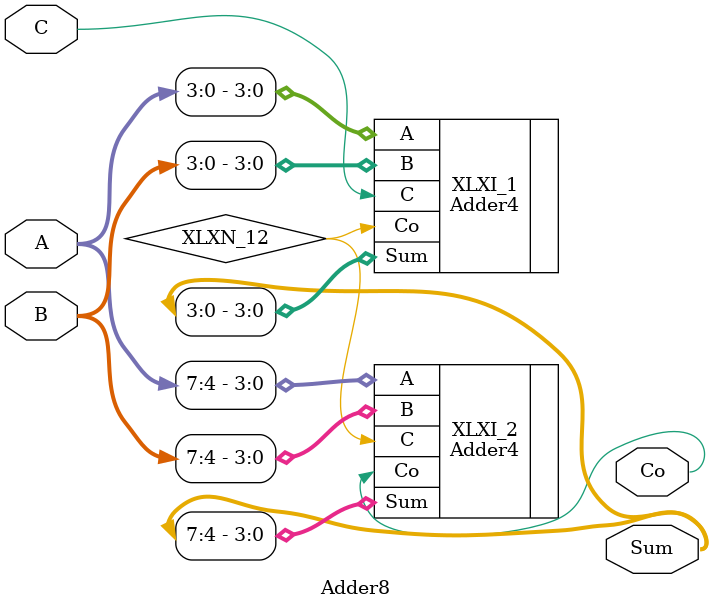
<source format=v>
`timescale 1ns / 1ps

module Adder8(A, 
              B, 
              C, 
              Co, 
              Sum);

    input [7:0] A;
    input [7:0] B;
    input C;
   output Co;
   output [7:0] Sum;
   
   wire XLXN_12;
   
   Adder4  XLXI_1 (.A(A[3:0]), 
                  .B(B[3:0]), 
                  .C(C), 
                  .Co(XLXN_12), 
                  .Sum(Sum[3:0]));
   Adder4  XLXI_2 (.A(A[7:4]), 
                  .B(B[7:4]), 
                  .C(XLXN_12), 
                  .Co(Co), 
                  .Sum(Sum[7:4]));
endmodule
</source>
